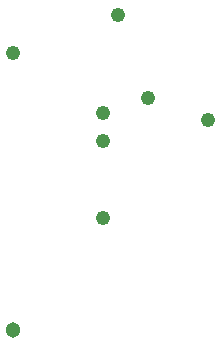
<source format=gbs>
G75*
%MOIN*%
%OFA0B0*%
%FSLAX25Y25*%
%IPPOS*%
%LPD*%
%AMOC8*
5,1,8,0,0,1.08239X$1,22.5*
%
%ADD10C,0.05131*%
%ADD11C,0.04800*%
%ADD12C,0.04762*%
D10*
X0016800Y0016800D03*
D11*
X0046800Y0079800D03*
X0051800Y0121800D03*
D12*
X0061800Y0094300D03*
X0046800Y0089300D03*
X0046800Y0054300D03*
X0081800Y0086800D03*
X0016800Y0109300D03*
M02*

</source>
